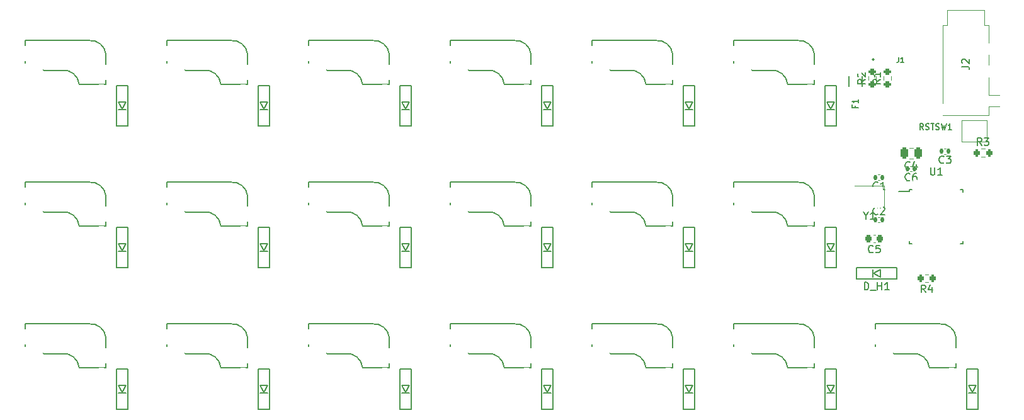
<source format=gbr>
%TF.GenerationSoftware,KiCad,Pcbnew,8.0.7*%
%TF.CreationDate,2024-12-29T11:12:43+09:00*%
%TF.ProjectId,pisces,70697363-6573-42e6-9b69-6361645f7063,rev?*%
%TF.SameCoordinates,Original*%
%TF.FileFunction,Legend,Top*%
%TF.FilePolarity,Positive*%
%FSLAX46Y46*%
G04 Gerber Fmt 4.6, Leading zero omitted, Abs format (unit mm)*
G04 Created by KiCad (PCBNEW 8.0.7) date 2024-12-29 11:12:43*
%MOMM*%
%LPD*%
G01*
G04 APERTURE LIST*
G04 Aperture macros list*
%AMRoundRect*
0 Rectangle with rounded corners*
0 $1 Rounding radius*
0 $2 $3 $4 $5 $6 $7 $8 $9 X,Y pos of 4 corners*
0 Add a 4 corners polygon primitive as box body*
4,1,4,$2,$3,$4,$5,$6,$7,$8,$9,$2,$3,0*
0 Add four circle primitives for the rounded corners*
1,1,$1+$1,$2,$3*
1,1,$1+$1,$4,$5*
1,1,$1+$1,$6,$7*
1,1,$1+$1,$8,$9*
0 Add four rect primitives between the rounded corners*
20,1,$1+$1,$2,$3,$4,$5,0*
20,1,$1+$1,$4,$5,$6,$7,0*
20,1,$1+$1,$6,$7,$8,$9,0*
20,1,$1+$1,$8,$9,$2,$3,0*%
G04 Aperture macros list end*
%ADD10C,0.150000*%
%ADD11C,0.120000*%
%ADD12C,0.127000*%
%ADD13C,0.200000*%
%ADD14C,5.000000*%
%ADD15RoundRect,0.140000X0.140000X0.170000X-0.140000X0.170000X-0.140000X-0.170000X0.140000X-0.170000X0*%
%ADD16RoundRect,0.140000X-0.140000X-0.170000X0.140000X-0.170000X0.140000X0.170000X-0.140000X0.170000X0*%
%ADD17RoundRect,0.250000X0.250000X0.475000X-0.250000X0.475000X-0.250000X-0.475000X0.250000X-0.475000X0*%
%ADD18RoundRect,0.225000X0.225000X0.250000X-0.225000X0.250000X-0.225000X-0.250000X0.225000X-0.250000X0*%
%ADD19R,1.820000X1.060000*%
%ADD20R,0.400000X1.350000*%
%ADD21R,1.600000X1.900000*%
%ADD22R,2.100000X2.000000*%
%ADD23R,1.200000X1.900000*%
%ADD24RoundRect,0.200000X0.275000X-0.200000X0.275000X0.200000X-0.275000X0.200000X-0.275000X-0.200000X0*%
%ADD25RoundRect,0.200000X-0.200000X-0.275000X0.200000X-0.275000X0.200000X0.275000X-0.200000X0.275000X0*%
%ADD26RoundRect,0.200000X0.200000X0.275000X-0.200000X0.275000X-0.200000X-0.275000X0.200000X-0.275000X0*%
%ADD27C,1.900000*%
%ADD28C,1.700000*%
%ADD29C,3.000000*%
%ADD30C,4.000000*%
%ADD31R,2.000000X2.000000*%
%ADD32R,1.600000X0.550000*%
%ADD33R,0.550000X1.600000*%
%ADD34R,1.400000X1.200000*%
%ADD35C,1.500000*%
%ADD36R,2.500000X1.200000*%
%ADD37R,1.300000X0.950000*%
%ADD38C,0.750000*%
%ADD39R,1.100000X1.600000*%
%ADD40R,0.950000X1.300000*%
G04 APERTURE END LIST*
D10*
X158059643Y-76718319D02*
X158059643Y-75718319D01*
X158059643Y-75718319D02*
X158297738Y-75718319D01*
X158297738Y-75718319D02*
X158440595Y-75765938D01*
X158440595Y-75765938D02*
X158535833Y-75861176D01*
X158535833Y-75861176D02*
X158583452Y-75956414D01*
X158583452Y-75956414D02*
X158631071Y-76146890D01*
X158631071Y-76146890D02*
X158631071Y-76289747D01*
X158631071Y-76289747D02*
X158583452Y-76480223D01*
X158583452Y-76480223D02*
X158535833Y-76575461D01*
X158535833Y-76575461D02*
X158440595Y-76670700D01*
X158440595Y-76670700D02*
X158297738Y-76718319D01*
X158297738Y-76718319D02*
X158059643Y-76718319D01*
X158821548Y-76813557D02*
X159583452Y-76813557D01*
X159821548Y-76718319D02*
X159821548Y-75718319D01*
X159821548Y-76194509D02*
X160392976Y-76194509D01*
X160392976Y-76718319D02*
X160392976Y-75718319D01*
X161392976Y-76718319D02*
X160821548Y-76718319D01*
X161107262Y-76718319D02*
X161107262Y-75718319D01*
X161107262Y-75718319D02*
X161012024Y-75861176D01*
X161012024Y-75861176D02*
X160916786Y-75956414D01*
X160916786Y-75956414D02*
X160821548Y-76004033D01*
X159853333Y-63114580D02*
X159805714Y-63162200D01*
X159805714Y-63162200D02*
X159662857Y-63209819D01*
X159662857Y-63209819D02*
X159567619Y-63209819D01*
X159567619Y-63209819D02*
X159424762Y-63162200D01*
X159424762Y-63162200D02*
X159329524Y-63066961D01*
X159329524Y-63066961D02*
X159281905Y-62971723D01*
X159281905Y-62971723D02*
X159234286Y-62781247D01*
X159234286Y-62781247D02*
X159234286Y-62638390D01*
X159234286Y-62638390D02*
X159281905Y-62447914D01*
X159281905Y-62447914D02*
X159329524Y-62352676D01*
X159329524Y-62352676D02*
X159424762Y-62257438D01*
X159424762Y-62257438D02*
X159567619Y-62209819D01*
X159567619Y-62209819D02*
X159662857Y-62209819D01*
X159662857Y-62209819D02*
X159805714Y-62257438D01*
X159805714Y-62257438D02*
X159853333Y-62305057D01*
X160805714Y-63209819D02*
X160234286Y-63209819D01*
X160520000Y-63209819D02*
X160520000Y-62209819D01*
X160520000Y-62209819D02*
X160424762Y-62352676D01*
X160424762Y-62352676D02*
X160329524Y-62447914D01*
X160329524Y-62447914D02*
X160234286Y-62495533D01*
X159853333Y-66509580D02*
X159805714Y-66557200D01*
X159805714Y-66557200D02*
X159662857Y-66604819D01*
X159662857Y-66604819D02*
X159567619Y-66604819D01*
X159567619Y-66604819D02*
X159424762Y-66557200D01*
X159424762Y-66557200D02*
X159329524Y-66461961D01*
X159329524Y-66461961D02*
X159281905Y-66366723D01*
X159281905Y-66366723D02*
X159234286Y-66176247D01*
X159234286Y-66176247D02*
X159234286Y-66033390D01*
X159234286Y-66033390D02*
X159281905Y-65842914D01*
X159281905Y-65842914D02*
X159329524Y-65747676D01*
X159329524Y-65747676D02*
X159424762Y-65652438D01*
X159424762Y-65652438D02*
X159567619Y-65604819D01*
X159567619Y-65604819D02*
X159662857Y-65604819D01*
X159662857Y-65604819D02*
X159805714Y-65652438D01*
X159805714Y-65652438D02*
X159853333Y-65700057D01*
X160234286Y-65700057D02*
X160281905Y-65652438D01*
X160281905Y-65652438D02*
X160377143Y-65604819D01*
X160377143Y-65604819D02*
X160615238Y-65604819D01*
X160615238Y-65604819D02*
X160710476Y-65652438D01*
X160710476Y-65652438D02*
X160758095Y-65700057D01*
X160758095Y-65700057D02*
X160805714Y-65795295D01*
X160805714Y-65795295D02*
X160805714Y-65890533D01*
X160805714Y-65890533D02*
X160758095Y-66033390D01*
X160758095Y-66033390D02*
X160186667Y-66604819D01*
X160186667Y-66604819D02*
X160805714Y-66604819D01*
X168743333Y-59622080D02*
X168695714Y-59669700D01*
X168695714Y-59669700D02*
X168552857Y-59717319D01*
X168552857Y-59717319D02*
X168457619Y-59717319D01*
X168457619Y-59717319D02*
X168314762Y-59669700D01*
X168314762Y-59669700D02*
X168219524Y-59574461D01*
X168219524Y-59574461D02*
X168171905Y-59479223D01*
X168171905Y-59479223D02*
X168124286Y-59288747D01*
X168124286Y-59288747D02*
X168124286Y-59145890D01*
X168124286Y-59145890D02*
X168171905Y-58955414D01*
X168171905Y-58955414D02*
X168219524Y-58860176D01*
X168219524Y-58860176D02*
X168314762Y-58764938D01*
X168314762Y-58764938D02*
X168457619Y-58717319D01*
X168457619Y-58717319D02*
X168552857Y-58717319D01*
X168552857Y-58717319D02*
X168695714Y-58764938D01*
X168695714Y-58764938D02*
X168743333Y-58812557D01*
X169076667Y-58717319D02*
X169695714Y-58717319D01*
X169695714Y-58717319D02*
X169362381Y-59098271D01*
X169362381Y-59098271D02*
X169505238Y-59098271D01*
X169505238Y-59098271D02*
X169600476Y-59145890D01*
X169600476Y-59145890D02*
X169648095Y-59193509D01*
X169648095Y-59193509D02*
X169695714Y-59288747D01*
X169695714Y-59288747D02*
X169695714Y-59526842D01*
X169695714Y-59526842D02*
X169648095Y-59622080D01*
X169648095Y-59622080D02*
X169600476Y-59669700D01*
X169600476Y-59669700D02*
X169505238Y-59717319D01*
X169505238Y-59717319D02*
X169219524Y-59717319D01*
X169219524Y-59717319D02*
X169124286Y-59669700D01*
X169124286Y-59669700D02*
X169076667Y-59622080D01*
X164171333Y-60396080D02*
X164123714Y-60443700D01*
X164123714Y-60443700D02*
X163980857Y-60491319D01*
X163980857Y-60491319D02*
X163885619Y-60491319D01*
X163885619Y-60491319D02*
X163742762Y-60443700D01*
X163742762Y-60443700D02*
X163647524Y-60348461D01*
X163647524Y-60348461D02*
X163599905Y-60253223D01*
X163599905Y-60253223D02*
X163552286Y-60062747D01*
X163552286Y-60062747D02*
X163552286Y-59919890D01*
X163552286Y-59919890D02*
X163599905Y-59729414D01*
X163599905Y-59729414D02*
X163647524Y-59634176D01*
X163647524Y-59634176D02*
X163742762Y-59538938D01*
X163742762Y-59538938D02*
X163885619Y-59491319D01*
X163885619Y-59491319D02*
X163980857Y-59491319D01*
X163980857Y-59491319D02*
X164123714Y-59538938D01*
X164123714Y-59538938D02*
X164171333Y-59586557D01*
X165028476Y-59824652D02*
X165028476Y-60491319D01*
X164790381Y-59443700D02*
X164552286Y-60157985D01*
X164552286Y-60157985D02*
X165171333Y-60157985D01*
X159218333Y-71639580D02*
X159170714Y-71687200D01*
X159170714Y-71687200D02*
X159027857Y-71734819D01*
X159027857Y-71734819D02*
X158932619Y-71734819D01*
X158932619Y-71734819D02*
X158789762Y-71687200D01*
X158789762Y-71687200D02*
X158694524Y-71591961D01*
X158694524Y-71591961D02*
X158646905Y-71496723D01*
X158646905Y-71496723D02*
X158599286Y-71306247D01*
X158599286Y-71306247D02*
X158599286Y-71163390D01*
X158599286Y-71163390D02*
X158646905Y-70972914D01*
X158646905Y-70972914D02*
X158694524Y-70877676D01*
X158694524Y-70877676D02*
X158789762Y-70782438D01*
X158789762Y-70782438D02*
X158932619Y-70734819D01*
X158932619Y-70734819D02*
X159027857Y-70734819D01*
X159027857Y-70734819D02*
X159170714Y-70782438D01*
X159170714Y-70782438D02*
X159218333Y-70830057D01*
X160123095Y-70734819D02*
X159646905Y-70734819D01*
X159646905Y-70734819D02*
X159599286Y-71211009D01*
X159599286Y-71211009D02*
X159646905Y-71163390D01*
X159646905Y-71163390D02*
X159742143Y-71115771D01*
X159742143Y-71115771D02*
X159980238Y-71115771D01*
X159980238Y-71115771D02*
X160075476Y-71163390D01*
X160075476Y-71163390D02*
X160123095Y-71211009D01*
X160123095Y-71211009D02*
X160170714Y-71306247D01*
X160170714Y-71306247D02*
X160170714Y-71544342D01*
X160170714Y-71544342D02*
X160123095Y-71639580D01*
X160123095Y-71639580D02*
X160075476Y-71687200D01*
X160075476Y-71687200D02*
X159980238Y-71734819D01*
X159980238Y-71734819D02*
X159742143Y-71734819D01*
X159742143Y-71734819D02*
X159646905Y-71687200D01*
X159646905Y-71687200D02*
X159599286Y-71639580D01*
X164171333Y-61971580D02*
X164123714Y-62019200D01*
X164123714Y-62019200D02*
X163980857Y-62066819D01*
X163980857Y-62066819D02*
X163885619Y-62066819D01*
X163885619Y-62066819D02*
X163742762Y-62019200D01*
X163742762Y-62019200D02*
X163647524Y-61923961D01*
X163647524Y-61923961D02*
X163599905Y-61828723D01*
X163599905Y-61828723D02*
X163552286Y-61638247D01*
X163552286Y-61638247D02*
X163552286Y-61495390D01*
X163552286Y-61495390D02*
X163599905Y-61304914D01*
X163599905Y-61304914D02*
X163647524Y-61209676D01*
X163647524Y-61209676D02*
X163742762Y-61114438D01*
X163742762Y-61114438D02*
X163885619Y-61066819D01*
X163885619Y-61066819D02*
X163980857Y-61066819D01*
X163980857Y-61066819D02*
X164123714Y-61114438D01*
X164123714Y-61114438D02*
X164171333Y-61162057D01*
X165028476Y-61066819D02*
X164838000Y-61066819D01*
X164838000Y-61066819D02*
X164742762Y-61114438D01*
X164742762Y-61114438D02*
X164695143Y-61162057D01*
X164695143Y-61162057D02*
X164599905Y-61304914D01*
X164599905Y-61304914D02*
X164552286Y-61495390D01*
X164552286Y-61495390D02*
X164552286Y-61876342D01*
X164552286Y-61876342D02*
X164599905Y-61971580D01*
X164599905Y-61971580D02*
X164647524Y-62019200D01*
X164647524Y-62019200D02*
X164742762Y-62066819D01*
X164742762Y-62066819D02*
X164933238Y-62066819D01*
X164933238Y-62066819D02*
X165028476Y-62019200D01*
X165028476Y-62019200D02*
X165076095Y-61971580D01*
X165076095Y-61971580D02*
X165123714Y-61876342D01*
X165123714Y-61876342D02*
X165123714Y-61638247D01*
X165123714Y-61638247D02*
X165076095Y-61543009D01*
X165076095Y-61543009D02*
X165028476Y-61495390D01*
X165028476Y-61495390D02*
X164933238Y-61447771D01*
X164933238Y-61447771D02*
X164742762Y-61447771D01*
X164742762Y-61447771D02*
X164647524Y-61495390D01*
X164647524Y-61495390D02*
X164599905Y-61543009D01*
X164599905Y-61543009D02*
X164552286Y-61638247D01*
X156788247Y-51955666D02*
X156788247Y-52222332D01*
X157207295Y-52222332D02*
X156407295Y-52222332D01*
X156407295Y-52222332D02*
X156407295Y-51841380D01*
X157207295Y-51117571D02*
X157207295Y-51574714D01*
X157207295Y-51346142D02*
X156407295Y-51346142D01*
X156407295Y-51346142D02*
X156521580Y-51422333D01*
X156521580Y-51422333D02*
X156597771Y-51498523D01*
X156597771Y-51498523D02*
X156635866Y-51574714D01*
X162685142Y-45478488D02*
X162685142Y-45936155D01*
X162685142Y-45936155D02*
X162654631Y-46027688D01*
X162654631Y-46027688D02*
X162593609Y-46088711D01*
X162593609Y-46088711D02*
X162502075Y-46119222D01*
X162502075Y-46119222D02*
X162441053Y-46119222D01*
X163325876Y-46119222D02*
X162959742Y-46119222D01*
X163142809Y-46119222D02*
X163142809Y-45478488D01*
X163142809Y-45478488D02*
X163081787Y-45570021D01*
X163081787Y-45570021D02*
X163020764Y-45631043D01*
X163020764Y-45631043D02*
X162959742Y-45661555D01*
X160187819Y-48426666D02*
X159711628Y-48759999D01*
X160187819Y-48998094D02*
X159187819Y-48998094D01*
X159187819Y-48998094D02*
X159187819Y-48617142D01*
X159187819Y-48617142D02*
X159235438Y-48521904D01*
X159235438Y-48521904D02*
X159283057Y-48474285D01*
X159283057Y-48474285D02*
X159378295Y-48426666D01*
X159378295Y-48426666D02*
X159521152Y-48426666D01*
X159521152Y-48426666D02*
X159616390Y-48474285D01*
X159616390Y-48474285D02*
X159664009Y-48521904D01*
X159664009Y-48521904D02*
X159711628Y-48617142D01*
X159711628Y-48617142D02*
X159711628Y-48998094D01*
X160187819Y-47474285D02*
X160187819Y-48045713D01*
X160187819Y-47759999D02*
X159187819Y-47759999D01*
X159187819Y-47759999D02*
X159330676Y-47855237D01*
X159330676Y-47855237D02*
X159425914Y-47950475D01*
X159425914Y-47950475D02*
X159473533Y-48045713D01*
X158155819Y-48426666D02*
X157679628Y-48759999D01*
X158155819Y-48998094D02*
X157155819Y-48998094D01*
X157155819Y-48998094D02*
X157155819Y-48617142D01*
X157155819Y-48617142D02*
X157203438Y-48521904D01*
X157203438Y-48521904D02*
X157251057Y-48474285D01*
X157251057Y-48474285D02*
X157346295Y-48426666D01*
X157346295Y-48426666D02*
X157489152Y-48426666D01*
X157489152Y-48426666D02*
X157584390Y-48474285D01*
X157584390Y-48474285D02*
X157632009Y-48521904D01*
X157632009Y-48521904D02*
X157679628Y-48617142D01*
X157679628Y-48617142D02*
X157679628Y-48998094D01*
X157251057Y-48045713D02*
X157203438Y-47998094D01*
X157203438Y-47998094D02*
X157155819Y-47902856D01*
X157155819Y-47902856D02*
X157155819Y-47664761D01*
X157155819Y-47664761D02*
X157203438Y-47569523D01*
X157203438Y-47569523D02*
X157251057Y-47521904D01*
X157251057Y-47521904D02*
X157346295Y-47474285D01*
X157346295Y-47474285D02*
X157441533Y-47474285D01*
X157441533Y-47474285D02*
X157584390Y-47521904D01*
X157584390Y-47521904D02*
X158155819Y-48093332D01*
X158155819Y-48093332D02*
X158155819Y-47474285D01*
X173823333Y-57317819D02*
X173490000Y-56841628D01*
X173251905Y-57317819D02*
X173251905Y-56317819D01*
X173251905Y-56317819D02*
X173632857Y-56317819D01*
X173632857Y-56317819D02*
X173728095Y-56365438D01*
X173728095Y-56365438D02*
X173775714Y-56413057D01*
X173775714Y-56413057D02*
X173823333Y-56508295D01*
X173823333Y-56508295D02*
X173823333Y-56651152D01*
X173823333Y-56651152D02*
X173775714Y-56746390D01*
X173775714Y-56746390D02*
X173728095Y-56794009D01*
X173728095Y-56794009D02*
X173632857Y-56841628D01*
X173632857Y-56841628D02*
X173251905Y-56841628D01*
X174156667Y-56317819D02*
X174775714Y-56317819D01*
X174775714Y-56317819D02*
X174442381Y-56698771D01*
X174442381Y-56698771D02*
X174585238Y-56698771D01*
X174585238Y-56698771D02*
X174680476Y-56746390D01*
X174680476Y-56746390D02*
X174728095Y-56794009D01*
X174728095Y-56794009D02*
X174775714Y-56889247D01*
X174775714Y-56889247D02*
X174775714Y-57127342D01*
X174775714Y-57127342D02*
X174728095Y-57222580D01*
X174728095Y-57222580D02*
X174680476Y-57270200D01*
X174680476Y-57270200D02*
X174585238Y-57317819D01*
X174585238Y-57317819D02*
X174299524Y-57317819D01*
X174299524Y-57317819D02*
X174204286Y-57270200D01*
X174204286Y-57270200D02*
X174156667Y-57222580D01*
X166266833Y-77068819D02*
X165933500Y-76592628D01*
X165695405Y-77068819D02*
X165695405Y-76068819D01*
X165695405Y-76068819D02*
X166076357Y-76068819D01*
X166076357Y-76068819D02*
X166171595Y-76116438D01*
X166171595Y-76116438D02*
X166219214Y-76164057D01*
X166219214Y-76164057D02*
X166266833Y-76259295D01*
X166266833Y-76259295D02*
X166266833Y-76402152D01*
X166266833Y-76402152D02*
X166219214Y-76497390D01*
X166219214Y-76497390D02*
X166171595Y-76545009D01*
X166171595Y-76545009D02*
X166076357Y-76592628D01*
X166076357Y-76592628D02*
X165695405Y-76592628D01*
X167123976Y-76402152D02*
X167123976Y-77068819D01*
X166885881Y-76021200D02*
X166647786Y-76735485D01*
X166647786Y-76735485D02*
X167266833Y-76735485D01*
X166941595Y-60270319D02*
X166941595Y-61079842D01*
X166941595Y-61079842D02*
X166989214Y-61175080D01*
X166989214Y-61175080D02*
X167036833Y-61222700D01*
X167036833Y-61222700D02*
X167132071Y-61270319D01*
X167132071Y-61270319D02*
X167322547Y-61270319D01*
X167322547Y-61270319D02*
X167417785Y-61222700D01*
X167417785Y-61222700D02*
X167465404Y-61175080D01*
X167465404Y-61175080D02*
X167513023Y-61079842D01*
X167513023Y-61079842D02*
X167513023Y-60270319D01*
X168513023Y-61270319D02*
X167941595Y-61270319D01*
X168227309Y-61270319D02*
X168227309Y-60270319D01*
X168227309Y-60270319D02*
X168132071Y-60413176D01*
X168132071Y-60413176D02*
X168036833Y-60508414D01*
X168036833Y-60508414D02*
X167941595Y-60556033D01*
X158273809Y-66754128D02*
X158273809Y-67230319D01*
X157940476Y-66230319D02*
X158273809Y-66754128D01*
X158273809Y-66754128D02*
X158607142Y-66230319D01*
X159464285Y-67230319D02*
X158892857Y-67230319D01*
X159178571Y-67230319D02*
X159178571Y-66230319D01*
X159178571Y-66230319D02*
X159083333Y-66373176D01*
X159083333Y-66373176D02*
X158988095Y-66468414D01*
X158988095Y-66468414D02*
X158892857Y-66516033D01*
X171158819Y-46688333D02*
X171873104Y-46688333D01*
X171873104Y-46688333D02*
X172015961Y-46735952D01*
X172015961Y-46735952D02*
X172111200Y-46831190D01*
X172111200Y-46831190D02*
X172158819Y-46974047D01*
X172158819Y-46974047D02*
X172158819Y-47069285D01*
X171254057Y-46259761D02*
X171206438Y-46212142D01*
X171206438Y-46212142D02*
X171158819Y-46116904D01*
X171158819Y-46116904D02*
X171158819Y-45878809D01*
X171158819Y-45878809D02*
X171206438Y-45783571D01*
X171206438Y-45783571D02*
X171254057Y-45735952D01*
X171254057Y-45735952D02*
X171349295Y-45688333D01*
X171349295Y-45688333D02*
X171444533Y-45688333D01*
X171444533Y-45688333D02*
X171587390Y-45735952D01*
X171587390Y-45735952D02*
X172158819Y-46307380D01*
X172158819Y-46307380D02*
X172158819Y-45688333D01*
X165982857Y-55162795D02*
X165716190Y-54781842D01*
X165525714Y-55162795D02*
X165525714Y-54362795D01*
X165525714Y-54362795D02*
X165830476Y-54362795D01*
X165830476Y-54362795D02*
X165906666Y-54400890D01*
X165906666Y-54400890D02*
X165944761Y-54438985D01*
X165944761Y-54438985D02*
X165982857Y-54515176D01*
X165982857Y-54515176D02*
X165982857Y-54629461D01*
X165982857Y-54629461D02*
X165944761Y-54705652D01*
X165944761Y-54705652D02*
X165906666Y-54743747D01*
X165906666Y-54743747D02*
X165830476Y-54781842D01*
X165830476Y-54781842D02*
X165525714Y-54781842D01*
X166287618Y-55124700D02*
X166401904Y-55162795D01*
X166401904Y-55162795D02*
X166592380Y-55162795D01*
X166592380Y-55162795D02*
X166668571Y-55124700D01*
X166668571Y-55124700D02*
X166706666Y-55086604D01*
X166706666Y-55086604D02*
X166744761Y-55010414D01*
X166744761Y-55010414D02*
X166744761Y-54934223D01*
X166744761Y-54934223D02*
X166706666Y-54858033D01*
X166706666Y-54858033D02*
X166668571Y-54819938D01*
X166668571Y-54819938D02*
X166592380Y-54781842D01*
X166592380Y-54781842D02*
X166439999Y-54743747D01*
X166439999Y-54743747D02*
X166363809Y-54705652D01*
X166363809Y-54705652D02*
X166325714Y-54667557D01*
X166325714Y-54667557D02*
X166287618Y-54591366D01*
X166287618Y-54591366D02*
X166287618Y-54515176D01*
X166287618Y-54515176D02*
X166325714Y-54438985D01*
X166325714Y-54438985D02*
X166363809Y-54400890D01*
X166363809Y-54400890D02*
X166439999Y-54362795D01*
X166439999Y-54362795D02*
X166630476Y-54362795D01*
X166630476Y-54362795D02*
X166744761Y-54400890D01*
X166973333Y-54362795D02*
X167430476Y-54362795D01*
X167201904Y-55162795D02*
X167201904Y-54362795D01*
X167659047Y-55124700D02*
X167773333Y-55162795D01*
X167773333Y-55162795D02*
X167963809Y-55162795D01*
X167963809Y-55162795D02*
X168040000Y-55124700D01*
X168040000Y-55124700D02*
X168078095Y-55086604D01*
X168078095Y-55086604D02*
X168116190Y-55010414D01*
X168116190Y-55010414D02*
X168116190Y-54934223D01*
X168116190Y-54934223D02*
X168078095Y-54858033D01*
X168078095Y-54858033D02*
X168040000Y-54819938D01*
X168040000Y-54819938D02*
X167963809Y-54781842D01*
X167963809Y-54781842D02*
X167811428Y-54743747D01*
X167811428Y-54743747D02*
X167735238Y-54705652D01*
X167735238Y-54705652D02*
X167697143Y-54667557D01*
X167697143Y-54667557D02*
X167659047Y-54591366D01*
X167659047Y-54591366D02*
X167659047Y-54515176D01*
X167659047Y-54515176D02*
X167697143Y-54438985D01*
X167697143Y-54438985D02*
X167735238Y-54400890D01*
X167735238Y-54400890D02*
X167811428Y-54362795D01*
X167811428Y-54362795D02*
X168001905Y-54362795D01*
X168001905Y-54362795D02*
X168116190Y-54400890D01*
X168382857Y-54362795D02*
X168573333Y-55162795D01*
X168573333Y-55162795D02*
X168725714Y-54591366D01*
X168725714Y-54591366D02*
X168878095Y-55162795D01*
X168878095Y-55162795D02*
X169068572Y-54362795D01*
X169792381Y-55162795D02*
X169335238Y-55162795D01*
X169563810Y-55162795D02*
X169563810Y-54362795D01*
X169563810Y-54362795D02*
X169487619Y-54477080D01*
X169487619Y-54477080D02*
X169411429Y-54553271D01*
X169411429Y-54553271D02*
X169335238Y-54591366D01*
D11*
%TO.C,C1*%
X160127836Y-61235000D02*
X159912164Y-61235000D01*
X160127836Y-61955000D02*
X159912164Y-61955000D01*
%TO.C,C2*%
X159912164Y-66950000D02*
X160127836Y-66950000D01*
X159912164Y-67670000D02*
X160127836Y-67670000D01*
%TO.C,C3*%
X169017836Y-57742500D02*
X168802164Y-57742500D01*
X169017836Y-58462500D02*
X168802164Y-58462500D01*
%TO.C,C4*%
X164599252Y-57621500D02*
X164076748Y-57621500D01*
X164599252Y-59091500D02*
X164076748Y-59091500D01*
%TO.C,C5*%
X159525580Y-69340000D02*
X159244420Y-69340000D01*
X159525580Y-70360000D02*
X159244420Y-70360000D01*
%TO.C,C6*%
X164445836Y-60092000D02*
X164230164Y-60092000D01*
X164445836Y-60812000D02*
X164230164Y-60812000D01*
D12*
%TO.C,F1*%
X155945000Y-49384500D02*
X155945000Y-48024500D01*
X157745000Y-49384500D02*
X157745000Y-48024500D01*
D13*
%TO.C,J1*%
X159348000Y-45759500D02*
G75*
G02*
X159148000Y-45759500I-100000J0D01*
G01*
X159148000Y-45759500D02*
G75*
G02*
X159348000Y-45759500I100000J0D01*
G01*
D11*
%TO.C,R1*%
X160640500Y-48497258D02*
X160640500Y-48022742D01*
X161685500Y-48497258D02*
X161685500Y-48022742D01*
%TO.C,R2*%
X158608500Y-48497258D02*
X158608500Y-48022742D01*
X159653500Y-48497258D02*
X159653500Y-48022742D01*
%TO.C,R3*%
X173752742Y-57770500D02*
X174227258Y-57770500D01*
X173752742Y-58815500D02*
X174227258Y-58815500D01*
%TO.C,R4*%
X166670758Y-74661500D02*
X166196242Y-74661500D01*
X166670758Y-75706500D02*
X166196242Y-75706500D01*
D10*
%TO.C,SW1*%
X45200000Y-43196000D02*
X53825000Y-43196000D01*
X45200000Y-47104000D02*
X45200000Y-43196000D01*
X45200000Y-47150000D02*
X50250000Y-47196000D01*
X56100000Y-45150000D02*
X56100000Y-49095000D01*
X56100000Y-49104000D02*
X52490000Y-49104000D01*
X50225000Y-47200000D02*
G75*
G02*
X52485000Y-49080000I190000J-2070000D01*
G01*
X53825000Y-43196000D02*
G75*
G02*
X56089000Y-45080000I190000J-2074000D01*
G01*
%TO.C,SW2*%
X45200000Y-62246000D02*
X53825000Y-62246000D01*
X45200000Y-66154000D02*
X45200000Y-62246000D01*
X45200000Y-66200000D02*
X50250000Y-66246000D01*
X56100000Y-64200000D02*
X56100000Y-68145000D01*
X56100000Y-68154000D02*
X52490000Y-68154000D01*
X50225000Y-66250000D02*
G75*
G02*
X52485000Y-68130000I190000J-2070000D01*
G01*
X53825000Y-62246000D02*
G75*
G02*
X56089000Y-64130000I190000J-2074000D01*
G01*
%TO.C,SW3*%
X45200000Y-81296000D02*
X53825000Y-81296000D01*
X45200000Y-85204000D02*
X45200000Y-81296000D01*
X45200000Y-85250000D02*
X50250000Y-85296000D01*
X56100000Y-83250000D02*
X56100000Y-87195000D01*
X56100000Y-87204000D02*
X52490000Y-87204000D01*
X50225000Y-85300000D02*
G75*
G02*
X52485000Y-87180000I190000J-2070000D01*
G01*
X53825000Y-81296000D02*
G75*
G02*
X56089000Y-83180000I190000J-2074000D01*
G01*
%TO.C,SW4*%
X64250000Y-43196000D02*
X72875000Y-43196000D01*
X64250000Y-47104000D02*
X64250000Y-43196000D01*
X64250000Y-47150000D02*
X69300000Y-47196000D01*
X75150000Y-45150000D02*
X75150000Y-49095000D01*
X75150000Y-49104000D02*
X71540000Y-49104000D01*
X69275000Y-47200000D02*
G75*
G02*
X71535000Y-49080000I190000J-2070000D01*
G01*
X72875000Y-43196000D02*
G75*
G02*
X75139000Y-45080000I190000J-2074000D01*
G01*
%TO.C,SW5*%
X64250000Y-62246000D02*
X72875000Y-62246000D01*
X64250000Y-66154000D02*
X64250000Y-62246000D01*
X64250000Y-66200000D02*
X69300000Y-66246000D01*
X75150000Y-64200000D02*
X75150000Y-68145000D01*
X75150000Y-68154000D02*
X71540000Y-68154000D01*
X69275000Y-66250000D02*
G75*
G02*
X71535000Y-68130000I190000J-2070000D01*
G01*
X72875000Y-62246000D02*
G75*
G02*
X75139000Y-64130000I190000J-2074000D01*
G01*
%TO.C,SW6*%
X64250000Y-81296000D02*
X72875000Y-81296000D01*
X64250000Y-85204000D02*
X64250000Y-81296000D01*
X64250000Y-85250000D02*
X69300000Y-85296000D01*
X75150000Y-83250000D02*
X75150000Y-87195000D01*
X75150000Y-87204000D02*
X71540000Y-87204000D01*
X69275000Y-85300000D02*
G75*
G02*
X71535000Y-87180000I190000J-2070000D01*
G01*
X72875000Y-81296000D02*
G75*
G02*
X75139000Y-83180000I190000J-2074000D01*
G01*
%TO.C,SW7*%
X83300000Y-43196000D02*
X91925000Y-43196000D01*
X83300000Y-47104000D02*
X83300000Y-43196000D01*
X83300000Y-47150000D02*
X88350000Y-47196000D01*
X94200000Y-45150000D02*
X94200000Y-49095000D01*
X94200000Y-49104000D02*
X90590000Y-49104000D01*
X88325000Y-47200000D02*
G75*
G02*
X90585000Y-49080000I190000J-2070000D01*
G01*
X91925000Y-43196000D02*
G75*
G02*
X94189000Y-45080000I190000J-2074000D01*
G01*
%TO.C,SW8*%
X83300000Y-62246000D02*
X91925000Y-62246000D01*
X83300000Y-66154000D02*
X83300000Y-62246000D01*
X83300000Y-66200000D02*
X88350000Y-66246000D01*
X94200000Y-64200000D02*
X94200000Y-68145000D01*
X94200000Y-68154000D02*
X90590000Y-68154000D01*
X88325000Y-66250000D02*
G75*
G02*
X90585000Y-68130000I190000J-2070000D01*
G01*
X91925000Y-62246000D02*
G75*
G02*
X94189000Y-64130000I190000J-2074000D01*
G01*
%TO.C,SW9*%
X83300000Y-81296000D02*
X91925000Y-81296000D01*
X83300000Y-85204000D02*
X83300000Y-81296000D01*
X83300000Y-85250000D02*
X88350000Y-85296000D01*
X94200000Y-83250000D02*
X94200000Y-87195000D01*
X94200000Y-87204000D02*
X90590000Y-87204000D01*
X88325000Y-85300000D02*
G75*
G02*
X90585000Y-87180000I190000J-2070000D01*
G01*
X91925000Y-81296000D02*
G75*
G02*
X94189000Y-83180000I190000J-2074000D01*
G01*
%TO.C,SW10*%
X102350000Y-43196000D02*
X110975000Y-43196000D01*
X102350000Y-47104000D02*
X102350000Y-43196000D01*
X102350000Y-47150000D02*
X107400000Y-47196000D01*
X113250000Y-45150000D02*
X113250000Y-49095000D01*
X113250000Y-49104000D02*
X109640000Y-49104000D01*
X107375000Y-47200000D02*
G75*
G02*
X109635000Y-49080000I190000J-2070000D01*
G01*
X110975000Y-43196000D02*
G75*
G02*
X113239000Y-45080000I190000J-2074000D01*
G01*
%TO.C,SW11*%
X102350000Y-62246000D02*
X110975000Y-62246000D01*
X102350000Y-66154000D02*
X102350000Y-62246000D01*
X102350000Y-66200000D02*
X107400000Y-66246000D01*
X113250000Y-64200000D02*
X113250000Y-68145000D01*
X113250000Y-68154000D02*
X109640000Y-68154000D01*
X107375000Y-66250000D02*
G75*
G02*
X109635000Y-68130000I190000J-2070000D01*
G01*
X110975000Y-62246000D02*
G75*
G02*
X113239000Y-64130000I190000J-2074000D01*
G01*
%TO.C,SW12*%
X102350000Y-81296000D02*
X110975000Y-81296000D01*
X102350000Y-85204000D02*
X102350000Y-81296000D01*
X102350000Y-85250000D02*
X107400000Y-85296000D01*
X113250000Y-83250000D02*
X113250000Y-87195000D01*
X113250000Y-87204000D02*
X109640000Y-87204000D01*
X107375000Y-85300000D02*
G75*
G02*
X109635000Y-87180000I190000J-2070000D01*
G01*
X110975000Y-81296000D02*
G75*
G02*
X113239000Y-83180000I190000J-2074000D01*
G01*
%TO.C,SW13*%
X121400000Y-43196000D02*
X130025000Y-43196000D01*
X121400000Y-47104000D02*
X121400000Y-43196000D01*
X121400000Y-47150000D02*
X126450000Y-47196000D01*
X132300000Y-45150000D02*
X132300000Y-49095000D01*
X132300000Y-49104000D02*
X128690000Y-49104000D01*
X126425000Y-47200000D02*
G75*
G02*
X128685000Y-49080000I190000J-2070000D01*
G01*
X130025000Y-43196000D02*
G75*
G02*
X132289000Y-45080000I190000J-2074000D01*
G01*
%TO.C,SW14*%
X121400000Y-62246000D02*
X130025000Y-62246000D01*
X121400000Y-66154000D02*
X121400000Y-62246000D01*
X121400000Y-66200000D02*
X126450000Y-66246000D01*
X132300000Y-64200000D02*
X132300000Y-68145000D01*
X132300000Y-68154000D02*
X128690000Y-68154000D01*
X126425000Y-66250000D02*
G75*
G02*
X128685000Y-68130000I190000J-2070000D01*
G01*
X130025000Y-62246000D02*
G75*
G02*
X132289000Y-64130000I190000J-2074000D01*
G01*
%TO.C,SW15*%
X121400000Y-81296000D02*
X130025000Y-81296000D01*
X121400000Y-85204000D02*
X121400000Y-81296000D01*
X121400000Y-85250000D02*
X126450000Y-85296000D01*
X132300000Y-83250000D02*
X132300000Y-87195000D01*
X132300000Y-87204000D02*
X128690000Y-87204000D01*
X126425000Y-85300000D02*
G75*
G02*
X128685000Y-87180000I190000J-2070000D01*
G01*
X130025000Y-81296000D02*
G75*
G02*
X132289000Y-83180000I190000J-2074000D01*
G01*
%TO.C,SW16*%
X140450000Y-43196000D02*
X149075000Y-43196000D01*
X140450000Y-47104000D02*
X140450000Y-43196000D01*
X140450000Y-47150000D02*
X145500000Y-47196000D01*
X151350000Y-45150000D02*
X151350000Y-49095000D01*
X151350000Y-49104000D02*
X147740000Y-49104000D01*
X145475000Y-47200000D02*
G75*
G02*
X147735000Y-49080000I190000J-2070000D01*
G01*
X149075000Y-43196000D02*
G75*
G02*
X151339000Y-45080000I190000J-2074000D01*
G01*
%TO.C,SW17*%
X140450000Y-62246000D02*
X149075000Y-62246000D01*
X140450000Y-66154000D02*
X140450000Y-62246000D01*
X140450000Y-66200000D02*
X145500000Y-66246000D01*
X151350000Y-64200000D02*
X151350000Y-68145000D01*
X151350000Y-68154000D02*
X147740000Y-68154000D01*
X145475000Y-66250000D02*
G75*
G02*
X147735000Y-68130000I190000J-2070000D01*
G01*
X149075000Y-62246000D02*
G75*
G02*
X151339000Y-64130000I190000J-2074000D01*
G01*
%TO.C,SW18*%
X140450000Y-81296000D02*
X149075000Y-81296000D01*
X140450000Y-85204000D02*
X140450000Y-81296000D01*
X140450000Y-85250000D02*
X145500000Y-85296000D01*
X151350000Y-83250000D02*
X151350000Y-87195000D01*
X151350000Y-87204000D02*
X147740000Y-87204000D01*
X145475000Y-85300000D02*
G75*
G02*
X147735000Y-87180000I190000J-2070000D01*
G01*
X149075000Y-81296000D02*
G75*
G02*
X151339000Y-83180000I190000J-2074000D01*
G01*
%TO.C,SW19*%
X159500000Y-81296000D02*
X168125000Y-81296000D01*
X159500000Y-85204000D02*
X159500000Y-81296000D01*
X159500000Y-85250000D02*
X164550000Y-85296000D01*
X170400000Y-83250000D02*
X170400000Y-87195000D01*
X170400000Y-87204000D02*
X166790000Y-87204000D01*
X164525000Y-85300000D02*
G75*
G02*
X166785000Y-87180000I190000J-2070000D01*
G01*
X168125000Y-81296000D02*
G75*
G02*
X170389000Y-83180000I190000J-2074000D01*
G01*
%TO.C,U1*%
X164078500Y-63240500D02*
X164078500Y-63465500D01*
X164078500Y-63240500D02*
X164403500Y-63240500D01*
X164078500Y-63465500D02*
X162653500Y-63465500D01*
X164078500Y-70490500D02*
X164078500Y-70165500D01*
X164078500Y-70490500D02*
X164403500Y-70490500D01*
X171328500Y-63240500D02*
X171003500Y-63240500D01*
X171328500Y-63240500D02*
X171328500Y-63565500D01*
X171328500Y-70490500D02*
X171003500Y-70490500D01*
X171328500Y-70490500D02*
X171328500Y-70165500D01*
D11*
%TO.C,Y1*%
X160750000Y-62725500D02*
X156750000Y-62725500D01*
X160750000Y-65925500D02*
X160750000Y-62725500D01*
%TO.C,J2*%
X168604000Y-51648000D02*
X168604000Y-41123000D01*
X168604000Y-53223000D02*
X174804000Y-53223000D01*
X169204000Y-41123000D02*
X168604000Y-41123000D01*
X169204000Y-41123000D02*
X169204000Y-39123000D01*
X174204000Y-39123000D02*
X169204000Y-39123000D01*
X174204000Y-41123000D02*
X174204000Y-39123000D01*
X174804000Y-41123000D02*
X174204000Y-41123000D01*
X174804000Y-41123000D02*
X174804000Y-43498000D01*
X174804000Y-45148000D02*
X174804000Y-46498000D01*
X174804000Y-48148000D02*
X174804000Y-50548000D01*
X174804000Y-50548000D02*
X176204000Y-50548000D01*
X174804000Y-52098000D02*
X174804000Y-53223000D01*
X174804000Y-52098000D02*
X176204000Y-52098000D01*
D10*
%TO.C,D_H1*%
X157002500Y-73735500D02*
X157002500Y-75235500D01*
X157002500Y-75235500D02*
X162402500Y-75235500D01*
X159202500Y-73985500D02*
X159202500Y-74985500D01*
X159302500Y-74485500D02*
X160202500Y-73985500D01*
X160202500Y-73985500D02*
X160202500Y-74985500D01*
X160202500Y-74985500D02*
X159302500Y-74485500D01*
X162402500Y-73735500D02*
X157002500Y-73735500D01*
X162402500Y-73735500D02*
X162402500Y-75235500D01*
D11*
%TO.C,RSTSW1*%
X171147000Y-53922000D02*
X171147000Y-56822000D01*
X171147000Y-56822000D02*
X174547000Y-56822000D01*
X174547000Y-53922000D02*
X171147000Y-53922000D01*
X174547000Y-56822000D02*
X174547000Y-53922000D01*
D10*
%TO.C,D1*%
X57543000Y-49306500D02*
X59043000Y-49306500D01*
X57543000Y-54706500D02*
X57543000Y-49306500D01*
X57793000Y-51506500D02*
X58293000Y-52406500D01*
X58293000Y-52406500D02*
X58793000Y-51506500D01*
X58793000Y-51506500D02*
X57793000Y-51506500D01*
X58793000Y-52506500D02*
X57793000Y-52506500D01*
X59043000Y-49306500D02*
X59043000Y-54706500D01*
X59043000Y-54706500D02*
X57543000Y-54706500D01*
%TO.C,D2*%
X57543000Y-68356500D02*
X59043000Y-68356500D01*
X57543000Y-73756500D02*
X57543000Y-68356500D01*
X57793000Y-70556500D02*
X58293000Y-71456500D01*
X58293000Y-71456500D02*
X58793000Y-70556500D01*
X58793000Y-70556500D02*
X57793000Y-70556500D01*
X58793000Y-71556500D02*
X57793000Y-71556500D01*
X59043000Y-68356500D02*
X59043000Y-73756500D01*
X59043000Y-73756500D02*
X57543000Y-73756500D01*
%TO.C,D3*%
X57543000Y-87406500D02*
X59043000Y-87406500D01*
X57543000Y-92806500D02*
X57543000Y-87406500D01*
X57793000Y-89606500D02*
X58293000Y-90506500D01*
X58293000Y-90506500D02*
X58793000Y-89606500D01*
X58793000Y-89606500D02*
X57793000Y-89606500D01*
X58793000Y-90606500D02*
X57793000Y-90606500D01*
X59043000Y-87406500D02*
X59043000Y-92806500D01*
X59043000Y-92806500D02*
X57543000Y-92806500D01*
%TO.C,D7*%
X95643000Y-49306500D02*
X97143000Y-49306500D01*
X95643000Y-54706500D02*
X95643000Y-49306500D01*
X95893000Y-51506500D02*
X96393000Y-52406500D01*
X96393000Y-52406500D02*
X96893000Y-51506500D01*
X96893000Y-51506500D02*
X95893000Y-51506500D01*
X96893000Y-52506500D02*
X95893000Y-52506500D01*
X97143000Y-49306500D02*
X97143000Y-54706500D01*
X97143000Y-54706500D02*
X95643000Y-54706500D01*
%TO.C,D8*%
X95643000Y-68356500D02*
X97143000Y-68356500D01*
X95643000Y-73756500D02*
X95643000Y-68356500D01*
X95893000Y-70556500D02*
X96393000Y-71456500D01*
X96393000Y-71456500D02*
X96893000Y-70556500D01*
X96893000Y-70556500D02*
X95893000Y-70556500D01*
X96893000Y-71556500D02*
X95893000Y-71556500D01*
X97143000Y-68356500D02*
X97143000Y-73756500D01*
X97143000Y-73756500D02*
X95643000Y-73756500D01*
%TO.C,D10*%
X114693000Y-49306500D02*
X116193000Y-49306500D01*
X114693000Y-54706500D02*
X114693000Y-49306500D01*
X114943000Y-51506500D02*
X115443000Y-52406500D01*
X115443000Y-52406500D02*
X115943000Y-51506500D01*
X115943000Y-51506500D02*
X114943000Y-51506500D01*
X115943000Y-52506500D02*
X114943000Y-52506500D01*
X116193000Y-49306500D02*
X116193000Y-54706500D01*
X116193000Y-54706500D02*
X114693000Y-54706500D01*
%TO.C,D11*%
X114693000Y-68356500D02*
X116193000Y-68356500D01*
X114693000Y-73756500D02*
X114693000Y-68356500D01*
X114943000Y-70556500D02*
X115443000Y-71456500D01*
X115443000Y-71456500D02*
X115943000Y-70556500D01*
X115943000Y-70556500D02*
X114943000Y-70556500D01*
X115943000Y-71556500D02*
X114943000Y-71556500D01*
X116193000Y-68356500D02*
X116193000Y-73756500D01*
X116193000Y-73756500D02*
X114693000Y-73756500D01*
%TO.C,D12*%
X114693000Y-87406500D02*
X116193000Y-87406500D01*
X114693000Y-92806500D02*
X114693000Y-87406500D01*
X114943000Y-89606500D02*
X115443000Y-90506500D01*
X115443000Y-90506500D02*
X115943000Y-89606500D01*
X115943000Y-89606500D02*
X114943000Y-89606500D01*
X115943000Y-90606500D02*
X114943000Y-90606500D01*
X116193000Y-87406500D02*
X116193000Y-92806500D01*
X116193000Y-92806500D02*
X114693000Y-92806500D01*
%TO.C,D14*%
X133743000Y-68356500D02*
X135243000Y-68356500D01*
X133743000Y-73756500D02*
X133743000Y-68356500D01*
X133993000Y-70556500D02*
X134493000Y-71456500D01*
X134493000Y-71456500D02*
X134993000Y-70556500D01*
X134993000Y-70556500D02*
X133993000Y-70556500D01*
X134993000Y-71556500D02*
X133993000Y-71556500D01*
X135243000Y-68356500D02*
X135243000Y-73756500D01*
X135243000Y-73756500D02*
X133743000Y-73756500D01*
%TO.C,D15*%
X133743000Y-87406500D02*
X135243000Y-87406500D01*
X133743000Y-92806500D02*
X133743000Y-87406500D01*
X133993000Y-89606500D02*
X134493000Y-90506500D01*
X134493000Y-90506500D02*
X134993000Y-89606500D01*
X134993000Y-89606500D02*
X133993000Y-89606500D01*
X134993000Y-90606500D02*
X133993000Y-90606500D01*
X135243000Y-87406500D02*
X135243000Y-92806500D01*
X135243000Y-92806500D02*
X133743000Y-92806500D01*
%TO.C,D17*%
X152793000Y-68356500D02*
X154293000Y-68356500D01*
X152793000Y-73756500D02*
X152793000Y-68356500D01*
X153043000Y-70556500D02*
X153543000Y-71456500D01*
X153543000Y-71456500D02*
X154043000Y-70556500D01*
X154043000Y-70556500D02*
X153043000Y-70556500D01*
X154043000Y-71556500D02*
X153043000Y-71556500D01*
X154293000Y-68356500D02*
X154293000Y-73756500D01*
X154293000Y-73756500D02*
X152793000Y-73756500D01*
%TO.C,D18*%
X152793000Y-87406500D02*
X154293000Y-87406500D01*
X152793000Y-92806500D02*
X152793000Y-87406500D01*
X153043000Y-89606500D02*
X153543000Y-90506500D01*
X153543000Y-90506500D02*
X154043000Y-89606500D01*
X154043000Y-89606500D02*
X153043000Y-89606500D01*
X154043000Y-90606500D02*
X153043000Y-90606500D01*
X154293000Y-87406500D02*
X154293000Y-92806500D01*
X154293000Y-92806500D02*
X152793000Y-92806500D01*
%TO.C,D4*%
X76592999Y-49306500D02*
X78092999Y-49306500D01*
X76592999Y-54706500D02*
X76592999Y-49306500D01*
X76842999Y-51506500D02*
X77342999Y-52406500D01*
X77342999Y-52406500D02*
X77842999Y-51506500D01*
X77842999Y-51506500D02*
X76842999Y-51506500D01*
X77842999Y-52506500D02*
X76842999Y-52506500D01*
X78092999Y-49306500D02*
X78092999Y-54706500D01*
X78092999Y-54706500D02*
X76592999Y-54706500D01*
%TO.C,D5*%
X76592999Y-68356500D02*
X78092999Y-68356500D01*
X76592999Y-73756500D02*
X76592999Y-68356500D01*
X76842999Y-70556500D02*
X77342999Y-71456500D01*
X77342999Y-71456500D02*
X77842999Y-70556500D01*
X77842999Y-70556500D02*
X76842999Y-70556500D01*
X77842999Y-71556500D02*
X76842999Y-71556500D01*
X78092999Y-68356500D02*
X78092999Y-73756500D01*
X78092999Y-73756500D02*
X76592999Y-73756500D01*
%TO.C,D6*%
X76592999Y-87406500D02*
X78092999Y-87406500D01*
X76592999Y-92806500D02*
X76592999Y-87406500D01*
X76842999Y-89606500D02*
X77342999Y-90506500D01*
X77342999Y-90506500D02*
X77842999Y-89606500D01*
X77842999Y-89606500D02*
X76842999Y-89606500D01*
X77842999Y-90606500D02*
X76842999Y-90606500D01*
X78092999Y-87406500D02*
X78092999Y-92806500D01*
X78092999Y-92806500D02*
X76592999Y-92806500D01*
%TO.C,D9*%
X95643000Y-87406500D02*
X97143000Y-87406500D01*
X95643000Y-92806500D02*
X95643000Y-87406500D01*
X95893000Y-89606500D02*
X96393000Y-90506500D01*
X96393000Y-90506500D02*
X96893000Y-89606500D01*
X96893000Y-89606500D02*
X95893000Y-89606500D01*
X96893000Y-90606500D02*
X95893000Y-90606500D01*
X97143000Y-87406500D02*
X97143000Y-92806500D01*
X97143000Y-92806500D02*
X95643000Y-92806500D01*
%TO.C,D13*%
X133743000Y-49306500D02*
X135243000Y-49306500D01*
X133743000Y-54706500D02*
X133743000Y-49306500D01*
X133993000Y-51506500D02*
X134493000Y-52406500D01*
X134493000Y-52406500D02*
X134993000Y-51506500D01*
X134993000Y-51506500D02*
X133993000Y-51506500D01*
X134993000Y-52506500D02*
X133993000Y-52506500D01*
X135243000Y-49306500D02*
X135243000Y-54706500D01*
X135243000Y-54706500D02*
X133743000Y-54706500D01*
%TO.C,D16*%
X152793000Y-49306500D02*
X154293000Y-49306500D01*
X152793000Y-54706500D02*
X152793000Y-49306500D01*
X153043000Y-51506500D02*
X153543000Y-52406500D01*
X153543000Y-52406500D02*
X154043000Y-51506500D01*
X154043000Y-51506500D02*
X153043000Y-51506500D01*
X154043000Y-52506500D02*
X153043000Y-52506500D01*
X154293000Y-49306500D02*
X154293000Y-54706500D01*
X154293000Y-54706500D02*
X152793000Y-54706500D01*
%TO.C,D19*%
X171843000Y-87406500D02*
X173343000Y-87406500D01*
X171843000Y-92806500D02*
X171843000Y-87406500D01*
X172093000Y-89606500D02*
X172593000Y-90506500D01*
X172593000Y-90506500D02*
X173093000Y-89606500D01*
X173093000Y-89606500D02*
X172093000Y-89606500D01*
X173093000Y-90606500D02*
X172093000Y-90606500D01*
X173343000Y-87406500D02*
X173343000Y-92806500D01*
X173343000Y-92806500D02*
X171843000Y-92806500D01*
%TD*%
%LPC*%
X157354023Y-97006652D02*
X157354023Y-98006652D01*
X157354023Y-97054271D02*
X157449261Y-97006652D01*
X157449261Y-97006652D02*
X157639737Y-97006652D01*
X157639737Y-97006652D02*
X157734975Y-97054271D01*
X157734975Y-97054271D02*
X157782594Y-97101890D01*
X157782594Y-97101890D02*
X157830213Y-97197128D01*
X157830213Y-97197128D02*
X157830213Y-97482842D01*
X157830213Y-97482842D02*
X157782594Y-97578080D01*
X157782594Y-97578080D02*
X157734975Y-97625700D01*
X157734975Y-97625700D02*
X157639737Y-97673319D01*
X157639737Y-97673319D02*
X157449261Y-97673319D01*
X157449261Y-97673319D02*
X157354023Y-97625700D01*
X158258785Y-97673319D02*
X158258785Y-97006652D01*
X158258785Y-96673319D02*
X158211166Y-96720938D01*
X158211166Y-96720938D02*
X158258785Y-96768557D01*
X158258785Y-96768557D02*
X158306404Y-96720938D01*
X158306404Y-96720938D02*
X158258785Y-96673319D01*
X158258785Y-96673319D02*
X158258785Y-96768557D01*
X158687356Y-97625700D02*
X158782594Y-97673319D01*
X158782594Y-97673319D02*
X158973070Y-97673319D01*
X158973070Y-97673319D02*
X159068308Y-97625700D01*
X159068308Y-97625700D02*
X159115927Y-97530461D01*
X159115927Y-97530461D02*
X159115927Y-97482842D01*
X159115927Y-97482842D02*
X159068308Y-97387604D01*
X159068308Y-97387604D02*
X158973070Y-97339985D01*
X158973070Y-97339985D02*
X158830213Y-97339985D01*
X158830213Y-97339985D02*
X158734975Y-97292366D01*
X158734975Y-97292366D02*
X158687356Y-97197128D01*
X158687356Y-97197128D02*
X158687356Y-97149509D01*
X158687356Y-97149509D02*
X158734975Y-97054271D01*
X158734975Y-97054271D02*
X158830213Y-97006652D01*
X158830213Y-97006652D02*
X158973070Y-97006652D01*
X158973070Y-97006652D02*
X159068308Y-97054271D01*
X159973070Y-97625700D02*
X159877832Y-97673319D01*
X159877832Y-97673319D02*
X159687356Y-97673319D01*
X159687356Y-97673319D02*
X159592118Y-97625700D01*
X159592118Y-97625700D02*
X159544499Y-97578080D01*
X159544499Y-97578080D02*
X159496880Y-97482842D01*
X159496880Y-97482842D02*
X159496880Y-97197128D01*
X159496880Y-97197128D02*
X159544499Y-97101890D01*
X159544499Y-97101890D02*
X159592118Y-97054271D01*
X159592118Y-97054271D02*
X159687356Y-97006652D01*
X159687356Y-97006652D02*
X159877832Y-97006652D01*
X159877832Y-97006652D02*
X159973070Y-97054271D01*
X160782594Y-97625700D02*
X160687356Y-97673319D01*
X160687356Y-97673319D02*
X160496880Y-97673319D01*
X160496880Y-97673319D02*
X160401642Y-97625700D01*
X160401642Y-97625700D02*
X160354023Y-97530461D01*
X160354023Y-97530461D02*
X160354023Y-97149509D01*
X160354023Y-97149509D02*
X160401642Y-97054271D01*
X160401642Y-97054271D02*
X160496880Y-97006652D01*
X160496880Y-97006652D02*
X160687356Y-97006652D01*
X160687356Y-97006652D02*
X160782594Y-97054271D01*
X160782594Y-97054271D02*
X160830213Y-97149509D01*
X160830213Y-97149509D02*
X160830213Y-97244747D01*
X160830213Y-97244747D02*
X160354023Y-97339985D01*
X161211166Y-97625700D02*
X161306404Y-97673319D01*
X161306404Y-97673319D02*
X161496880Y-97673319D01*
X161496880Y-97673319D02*
X161592118Y-97625700D01*
X161592118Y-97625700D02*
X161639737Y-97530461D01*
X161639737Y-97530461D02*
X161639737Y-97482842D01*
X161639737Y-97482842D02*
X161592118Y-97387604D01*
X161592118Y-97387604D02*
X161496880Y-97339985D01*
X161496880Y-97339985D02*
X161354023Y-97339985D01*
X161354023Y-97339985D02*
X161258785Y-97292366D01*
X161258785Y-97292366D02*
X161211166Y-97197128D01*
X161211166Y-97197128D02*
X161211166Y-97149509D01*
X161211166Y-97149509D02*
X161258785Y-97054271D01*
X161258785Y-97054271D02*
X161354023Y-97006652D01*
X161354023Y-97006652D02*
X161496880Y-97006652D01*
X161496880Y-97006652D02*
X161592118Y-97054271D01*
X162734976Y-97006652D02*
X162973071Y-97673319D01*
X162973071Y-97673319D02*
X163211166Y-97006652D01*
X163544500Y-96768557D02*
X163592119Y-96720938D01*
X163592119Y-96720938D02*
X163687357Y-96673319D01*
X163687357Y-96673319D02*
X163925452Y-96673319D01*
X163925452Y-96673319D02*
X164020690Y-96720938D01*
X164020690Y-96720938D02*
X164068309Y-96768557D01*
X164068309Y-96768557D02*
X164115928Y-96863795D01*
X164115928Y-96863795D02*
X164115928Y-96959033D01*
X164115928Y-96959033D02*
X164068309Y-97101890D01*
X164068309Y-97101890D02*
X163496881Y-97673319D01*
X163496881Y-97673319D02*
X164115928Y-97673319D01*
X164544500Y-97578080D02*
X164592119Y-97625700D01*
X164592119Y-97625700D02*
X164544500Y-97673319D01*
X164544500Y-97673319D02*
X164496881Y-97625700D01*
X164496881Y-97625700D02*
X164544500Y-97578080D01*
X164544500Y-97578080D02*
X164544500Y-97673319D01*
X165544499Y-97673319D02*
X164973071Y-97673319D01*
X165258785Y-97673319D02*
X165258785Y-96673319D01*
X165258785Y-96673319D02*
X165163547Y-96816176D01*
X165163547Y-96816176D02*
X165068309Y-96911414D01*
X165068309Y-96911414D02*
X164973071Y-96959033D01*
X166734976Y-97673319D02*
X166734976Y-96673319D01*
X166734976Y-97054271D02*
X166830214Y-97006652D01*
X166830214Y-97006652D02*
X167020690Y-97006652D01*
X167020690Y-97006652D02*
X167115928Y-97054271D01*
X167115928Y-97054271D02*
X167163547Y-97101890D01*
X167163547Y-97101890D02*
X167211166Y-97197128D01*
X167211166Y-97197128D02*
X167211166Y-97482842D01*
X167211166Y-97482842D02*
X167163547Y-97578080D01*
X167163547Y-97578080D02*
X167115928Y-97625700D01*
X167115928Y-97625700D02*
X167020690Y-97673319D01*
X167020690Y-97673319D02*
X166830214Y-97673319D01*
X166830214Y-97673319D02*
X166734976Y-97625700D01*
X167544500Y-97006652D02*
X167782595Y-97673319D01*
X168020690Y-97006652D02*
X167782595Y-97673319D01*
X167782595Y-97673319D02*
X167687357Y-97911414D01*
X167687357Y-97911414D02*
X167639738Y-97959033D01*
X167639738Y-97959033D02*
X167544500Y-98006652D01*
X169163548Y-97673319D02*
X169163548Y-96673319D01*
X169258786Y-97292366D02*
X169544500Y-97673319D01*
X169544500Y-97006652D02*
X169163548Y-97387604D01*
X169973072Y-97006652D02*
X169973072Y-97673319D01*
X169973072Y-97101890D02*
X170020691Y-97054271D01*
X170020691Y-97054271D02*
X170115929Y-97006652D01*
X170115929Y-97006652D02*
X170258786Y-97006652D01*
X170258786Y-97006652D02*
X170354024Y-97054271D01*
X170354024Y-97054271D02*
X170401643Y-97149509D01*
X170401643Y-97149509D02*
X170401643Y-97673319D01*
X171306405Y-97673319D02*
X171306405Y-97149509D01*
X171306405Y-97149509D02*
X171258786Y-97054271D01*
X171258786Y-97054271D02*
X171163548Y-97006652D01*
X171163548Y-97006652D02*
X170973072Y-97006652D01*
X170973072Y-97006652D02*
X170877834Y-97054271D01*
X171306405Y-97625700D02*
X171211167Y-97673319D01*
X171211167Y-97673319D02*
X170973072Y-97673319D01*
X170973072Y-97673319D02*
X170877834Y-97625700D01*
X170877834Y-97625700D02*
X170830215Y-97530461D01*
X170830215Y-97530461D02*
X170830215Y-97435223D01*
X170830215Y-97435223D02*
X170877834Y-97339985D01*
X170877834Y-97339985D02*
X170973072Y-97292366D01*
X170973072Y-97292366D02*
X171211167Y-97292366D01*
X171211167Y-97292366D02*
X171306405Y-97244747D01*
X171782596Y-97673319D02*
X171782596Y-97006652D01*
X171782596Y-97197128D02*
X171830215Y-97101890D01*
X171830215Y-97101890D02*
X171877834Y-97054271D01*
X171877834Y-97054271D02*
X171973072Y-97006652D01*
X171973072Y-97006652D02*
X172068310Y-97006652D01*
X172830215Y-97006652D02*
X172830215Y-97673319D01*
X172401644Y-97006652D02*
X172401644Y-97530461D01*
X172401644Y-97530461D02*
X172449263Y-97625700D01*
X172449263Y-97625700D02*
X172544501Y-97673319D01*
X172544501Y-97673319D02*
X172687358Y-97673319D01*
X172687358Y-97673319D02*
X172782596Y-97625700D01*
X172782596Y-97625700D02*
X172830215Y-97578080D01*
X173449263Y-97673319D02*
X173354025Y-97625700D01*
X173354025Y-97625700D02*
X173306406Y-97578080D01*
X173306406Y-97578080D02*
X173258787Y-97482842D01*
X173258787Y-97482842D02*
X173258787Y-97197128D01*
X173258787Y-97197128D02*
X173306406Y-97101890D01*
X173306406Y-97101890D02*
X173354025Y-97054271D01*
X173354025Y-97054271D02*
X173449263Y-97006652D01*
X173449263Y-97006652D02*
X173592120Y-97006652D01*
X173592120Y-97006652D02*
X173687358Y-97054271D01*
X173687358Y-97054271D02*
X173734977Y-97101890D01*
X173734977Y-97101890D02*
X173782596Y-97197128D01*
X173782596Y-97197128D02*
X173782596Y-97482842D01*
X173782596Y-97482842D02*
X173734977Y-97578080D01*
X173734977Y-97578080D02*
X173687358Y-97625700D01*
X173687358Y-97625700D02*
X173592120Y-97673319D01*
X173592120Y-97673319D02*
X173449263Y-97673319D01*
D14*
%TO.C,HOLE1*%
X59525000Y-59525000D03*
%TD*%
%TO.C,HOLE2*%
X59525000Y-78575000D03*
%TD*%
%TO.C,HOLE7*%
X97625000Y-59525000D03*
%TD*%
%TO.C,HOLE8*%
X97625000Y-78575000D03*
%TD*%
%TO.C,HOLE13*%
X135725000Y-59525000D03*
%TD*%
%TO.C,HOLE14*%
X135725000Y-78575000D03*
%TD*%
D15*
%TO.C,C1*%
X160500000Y-61595000D03*
X159540000Y-61595000D03*
%TD*%
D16*
%TO.C,C2*%
X159540000Y-67310000D03*
X160500000Y-67310000D03*
%TD*%
D15*
%TO.C,C3*%
X169390000Y-58102500D03*
X168430000Y-58102500D03*
%TD*%
D17*
%TO.C,C4*%
X165288000Y-58356500D03*
X163388000Y-58356500D03*
%TD*%
D18*
%TO.C,C5*%
X160160000Y-69850000D03*
X158610000Y-69850000D03*
%TD*%
D15*
%TO.C,C6*%
X164818000Y-60452000D03*
X163858000Y-60452000D03*
%TD*%
D19*
%TO.C,F1*%
X156845000Y-50232500D03*
X156845000Y-47176500D03*
%TD*%
D20*
%TO.C,J1*%
X159228000Y-44394500D03*
X159878000Y-44394500D03*
X160528000Y-44394500D03*
X161178000Y-44394500D03*
X161828000Y-44394500D03*
D21*
X164628000Y-41719500D03*
D22*
X163628000Y-44069500D03*
D23*
X161378000Y-41719500D03*
X159678000Y-41719500D03*
D22*
X157428000Y-44069500D03*
D21*
X156428000Y-41719500D03*
%TD*%
D24*
%TO.C,R1*%
X161163000Y-49085000D03*
X161163000Y-47435000D03*
%TD*%
%TO.C,R2*%
X159131000Y-49085000D03*
X159131000Y-47435000D03*
%TD*%
D25*
%TO.C,R3*%
X173165000Y-58293000D03*
X174815000Y-58293000D03*
%TD*%
D26*
%TO.C,R4*%
X167258500Y-75184000D03*
X165608500Y-75184000D03*
%TD*%
D27*
%TO.C,SW1*%
X44500000Y-50000000D03*
D28*
X44920000Y-50000000D03*
D29*
X46190000Y-47460000D03*
X47460000Y-44920000D03*
D30*
X50000000Y-50000000D03*
D29*
X52540000Y-44920000D03*
X53810000Y-47460000D03*
D28*
X55080000Y-50000000D03*
D27*
X55500000Y-50000000D03*
D31*
X44400000Y-44920000D03*
X56900000Y-47460000D03*
%TD*%
D27*
%TO.C,SW2*%
X44500000Y-69050000D03*
D28*
X44920000Y-69050000D03*
D29*
X46190000Y-66510000D03*
X47460000Y-63970000D03*
D30*
X50000000Y-69050000D03*
D29*
X52540000Y-63970000D03*
X53810000Y-66510000D03*
D28*
X55080000Y-69050000D03*
D27*
X55500000Y-69050000D03*
D31*
X44400000Y-63970000D03*
X56900000Y-66510000D03*
%TD*%
D27*
%TO.C,SW3*%
X44500000Y-88100000D03*
D28*
X44920000Y-88100000D03*
D29*
X46190000Y-85560000D03*
X47460000Y-83020000D03*
D30*
X50000000Y-88100000D03*
D29*
X52540000Y-83020000D03*
X53810000Y-85560000D03*
D28*
X55080000Y-88100000D03*
D27*
X55500000Y-88100000D03*
D31*
X44400000Y-83020000D03*
X56900000Y-85560000D03*
%TD*%
D27*
%TO.C,SW4*%
X63550000Y-50000000D03*
D28*
X63970000Y-50000000D03*
D29*
X65240000Y-47460000D03*
X66510000Y-44920000D03*
D30*
X69050000Y-50000000D03*
D29*
X71590000Y-44920000D03*
X72860000Y-47460000D03*
D28*
X74130000Y-50000000D03*
D27*
X74550000Y-50000000D03*
D31*
X63450000Y-44920000D03*
X75950000Y-47460000D03*
%TD*%
D27*
%TO.C,SW5*%
X63550000Y-69050000D03*
D28*
X63970000Y-69050000D03*
D29*
X65240000Y-66510000D03*
X66510000Y-63970000D03*
D30*
X69050000Y-69050000D03*
D29*
X71590000Y-63970000D03*
X72860000Y-66510000D03*
D28*
X74130000Y-69050000D03*
D27*
X74550000Y-69050000D03*
D31*
X63450000Y-63970000D03*
X75950000Y-66510000D03*
%TD*%
D27*
%TO.C,SW6*%
X63550000Y-88100000D03*
D28*
X63970000Y-88100000D03*
D29*
X65240000Y-85560000D03*
X66510000Y-83020000D03*
D30*
X69050000Y-88100000D03*
D29*
X71590000Y-83020000D03*
X72860000Y-85560000D03*
D28*
X74130000Y-88100000D03*
D27*
X74550000Y-88100000D03*
D31*
X63450000Y-83020000D03*
X75950000Y-85560000D03*
%TD*%
D27*
%TO.C,SW7*%
X82600000Y-50000000D03*
D28*
X83020000Y-50000000D03*
D29*
X84290000Y-47460000D03*
X85560000Y-44920000D03*
D30*
X88100000Y-50000000D03*
D29*
X90640000Y-44920000D03*
X91910000Y-47460000D03*
D28*
X93180000Y-50000000D03*
D27*
X93600000Y-50000000D03*
D31*
X82500000Y-44920000D03*
X95000000Y-47460000D03*
%TD*%
D27*
%TO.C,SW8*%
X82600000Y-69050000D03*
D28*
X83020000Y-69050000D03*
D29*
X84290000Y-66510000D03*
X85560000Y-63970000D03*
D30*
X88100000Y-69050000D03*
D29*
X90640000Y-63970000D03*
X91910000Y-66510000D03*
D28*
X93180000Y-69050000D03*
D27*
X93600000Y-69050000D03*
D31*
X82500000Y-63970000D03*
X95000000Y-66510000D03*
%TD*%
D27*
%TO.C,SW9*%
X82600000Y-88100000D03*
D28*
X83020000Y-88100000D03*
D29*
X84290000Y-85560000D03*
X85560000Y-83020000D03*
D30*
X88100000Y-88100000D03*
D29*
X90640000Y-83020000D03*
X91910000Y-85560000D03*
D28*
X93180000Y-88100000D03*
D27*
X93600000Y-88100000D03*
D31*
X82500000Y-83020000D03*
X95000000Y-85560000D03*
%TD*%
D27*
%TO.C,SW10*%
X101650000Y-50000000D03*
D28*
X102070000Y-50000000D03*
D29*
X103340000Y-47460000D03*
X104610000Y-44920000D03*
D30*
X107150000Y-50000000D03*
D29*
X109690000Y-44920000D03*
X110960000Y-47460000D03*
D28*
X112230000Y-50000000D03*
D27*
X112650000Y-50000000D03*
D31*
X101550000Y-44920000D03*
X114050000Y-47460000D03*
%TD*%
D27*
%TO.C,SW11*%
X101650000Y-69050000D03*
D28*
X102070000Y-69050000D03*
D29*
X103340000Y-66510000D03*
X104610000Y-63970000D03*
D30*
X107150000Y-69050000D03*
D29*
X109690000Y-63970000D03*
X110960000Y-66510000D03*
D28*
X112230000Y-69050000D03*
D27*
X112650000Y-69050000D03*
D31*
X101550000Y-63970000D03*
X114050000Y-66510000D03*
%TD*%
D27*
%TO.C,SW12*%
X101650000Y-88100000D03*
D28*
X102070000Y-88100000D03*
D29*
X103340000Y-85560000D03*
X104610000Y-83020000D03*
D30*
X107150000Y-88100000D03*
D29*
X109690000Y-83020000D03*
X110960000Y-85560000D03*
D28*
X112230000Y-88100000D03*
D27*
X112650000Y-88100000D03*
D31*
X101550000Y-83020000D03*
X114050000Y-85560000D03*
%TD*%
D27*
%TO.C,SW13*%
X120700000Y-50000000D03*
D28*
X121120000Y-50000000D03*
D29*
X122390000Y-47460000D03*
X123660000Y-44920000D03*
D30*
X126200000Y-50000000D03*
D29*
X128740000Y-44920000D03*
X130010000Y-47460000D03*
D28*
X131280000Y-50000000D03*
D27*
X131700000Y-50000000D03*
D31*
X120600000Y-44920000D03*
X133100000Y-47460000D03*
%TD*%
D27*
%TO.C,SW14*%
X120700000Y-69050000D03*
D28*
X121120000Y-69050000D03*
D29*
X122390000Y-66510000D03*
X123660000Y-63970000D03*
D30*
X126200000Y-69050000D03*
D29*
X128740000Y-63970000D03*
X130010000Y-66510000D03*
D28*
X131280000Y-69050000D03*
D27*
X131700000Y-69050000D03*
D31*
X120600000Y-63970000D03*
X133100000Y-66510000D03*
%TD*%
D27*
%TO.C,SW15*%
X120700000Y-88100000D03*
D28*
X121120000Y-88100000D03*
D29*
X122390000Y-85560000D03*
X123660000Y-83020000D03*
D30*
X126200000Y-88100000D03*
D29*
X128740000Y-83020000D03*
X130010000Y-85560000D03*
D28*
X131280000Y-88100000D03*
D27*
X131700000Y-88100000D03*
D31*
X120600000Y-83020000D03*
X133100000Y-85560000D03*
%TD*%
D27*
%TO.C,SW16*%
X139750000Y-50000000D03*
D28*
X140170000Y-50000000D03*
D29*
X141440000Y-47460000D03*
X142710000Y-44920000D03*
D30*
X145250000Y-50000000D03*
D29*
X147790000Y-44920000D03*
X149060000Y-47460000D03*
D28*
X150330000Y-50000000D03*
D27*
X150750000Y-50000000D03*
D31*
X139650000Y-44920000D03*
X152150000Y-47460000D03*
%TD*%
D27*
%TO.C,SW17*%
X139750000Y-69050000D03*
D28*
X140170000Y-69050000D03*
D29*
X141440000Y-66510000D03*
X142710000Y-63970000D03*
D30*
X145250000Y-69050000D03*
D29*
X147790000Y-63970000D03*
X149060000Y-66510000D03*
D28*
X150330000Y-69050000D03*
D27*
X150750000Y-69050000D03*
D31*
X139650000Y-63970000D03*
X152150000Y-66510000D03*
%TD*%
D27*
%TO.C,SW18*%
X139750000Y-88100000D03*
D28*
X140170000Y-88100000D03*
D29*
X141440000Y-85560000D03*
X142710000Y-83020000D03*
D30*
X145250000Y-88100000D03*
D29*
X147790000Y-83020000D03*
X149060000Y-85560000D03*
D28*
X150330000Y-88100000D03*
D27*
X150750000Y-88100000D03*
D31*
X139650000Y-83020000D03*
X152150000Y-85560000D03*
%TD*%
D27*
%TO.C,SW19*%
X158800000Y-88100000D03*
D28*
X159220000Y-88100000D03*
D29*
X160490000Y-85560000D03*
X161760000Y-83020000D03*
D30*
X164300000Y-88100000D03*
D29*
X166840000Y-83020000D03*
X168110000Y-85560000D03*
D28*
X169380000Y-88100000D03*
D27*
X169800000Y-88100000D03*
D31*
X158700000Y-83020000D03*
X171200000Y-85560000D03*
%TD*%
D32*
%TO.C,U1*%
X163453500Y-64065500D03*
X163453500Y-64865500D03*
X163453500Y-65665500D03*
X163453500Y-66465500D03*
X163453500Y-67265500D03*
X163453500Y-68065500D03*
X163453500Y-68865500D03*
X163453500Y-69665500D03*
D33*
X164903500Y-71115500D03*
X165703500Y-71115500D03*
X166503500Y-71115500D03*
X167303500Y-71115500D03*
X168103500Y-71115500D03*
X168903500Y-71115500D03*
X169703500Y-71115500D03*
X170503500Y-71115500D03*
D32*
X171953500Y-69665500D03*
X171953500Y-68865500D03*
X171953500Y-68065500D03*
X171953500Y-67265500D03*
X171953500Y-66465500D03*
X171953500Y-65665500D03*
X171953500Y-64865500D03*
X171953500Y-64065500D03*
D33*
X170503500Y-62615500D03*
X169703500Y-62615500D03*
X168903500Y-62615500D03*
X168103500Y-62615500D03*
X167303500Y-62615500D03*
X166503500Y-62615500D03*
X165703500Y-62615500D03*
X164903500Y-62615500D03*
%TD*%
D34*
%TO.C,Y1*%
X159850000Y-63525500D03*
X157650000Y-63525500D03*
X157650000Y-65125500D03*
X159850000Y-65125500D03*
%TD*%
D35*
%TO.C,J2*%
X171704000Y-42723000D03*
X171704000Y-49723000D03*
D36*
X174954000Y-47323000D03*
X174954000Y-44323000D03*
X168454000Y-52423000D03*
X174954000Y-51323000D03*
%TD*%
D37*
%TO.C,D_H1*%
X157927500Y-74485500D03*
X161477500Y-74485500D03*
%TD*%
D38*
%TO.C,RSTSW1*%
X172847000Y-54572000D03*
X172847000Y-56272000D03*
D39*
X170597000Y-55372000D03*
X175097000Y-55372000D03*
%TD*%
D40*
%TO.C,D1*%
X58293000Y-53781500D03*
X58293000Y-50231500D03*
%TD*%
%TO.C,D2*%
X58293000Y-72831500D03*
X58293000Y-69281500D03*
%TD*%
%TO.C,D3*%
X58293000Y-91881500D03*
X58293000Y-88331500D03*
%TD*%
%TO.C,D7*%
X96393000Y-53781500D03*
X96393000Y-50231500D03*
%TD*%
%TO.C,D8*%
X96393000Y-72831500D03*
X96393000Y-69281500D03*
%TD*%
%TO.C,D10*%
X115443000Y-53781500D03*
X115443000Y-50231500D03*
%TD*%
%TO.C,D11*%
X115443000Y-72831500D03*
X115443000Y-69281500D03*
%TD*%
%TO.C,D12*%
X115443000Y-91881500D03*
X115443000Y-88331500D03*
%TD*%
%TO.C,D14*%
X134493000Y-72831500D03*
X134493000Y-69281500D03*
%TD*%
%TO.C,D15*%
X134493000Y-91881500D03*
X134493000Y-88331500D03*
%TD*%
%TO.C,D17*%
X153543000Y-72831500D03*
X153543000Y-69281500D03*
%TD*%
%TO.C,D18*%
X153543000Y-91881500D03*
X153543000Y-88331500D03*
%TD*%
%TO.C,D4*%
X77342999Y-53781500D03*
X77342999Y-50231500D03*
%TD*%
%TO.C,D5*%
X77342999Y-72831500D03*
X77342999Y-69281500D03*
%TD*%
%TO.C,D6*%
X77342999Y-91881500D03*
X77342999Y-88331500D03*
%TD*%
%TO.C,D9*%
X96393000Y-91881500D03*
X96393000Y-88331500D03*
%TD*%
%TO.C,D13*%
X134493000Y-53781500D03*
X134493000Y-50231500D03*
%TD*%
%TO.C,D16*%
X153543000Y-53781500D03*
X153543000Y-50231500D03*
%TD*%
%TO.C,D19*%
X172593000Y-91881500D03*
X172593000Y-88331500D03*
%TD*%
%LPD*%
M02*

</source>
